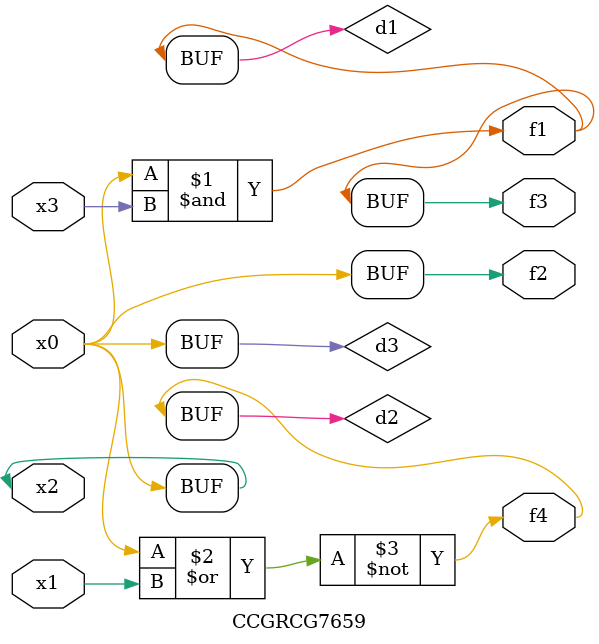
<source format=v>
module CCGRCG7659(
	input x0, x1, x2, x3,
	output f1, f2, f3, f4
);

	wire d1, d2, d3;

	and (d1, x2, x3);
	nor (d2, x0, x1);
	buf (d3, x0, x2);
	assign f1 = d1;
	assign f2 = d3;
	assign f3 = d1;
	assign f4 = d2;
endmodule

</source>
